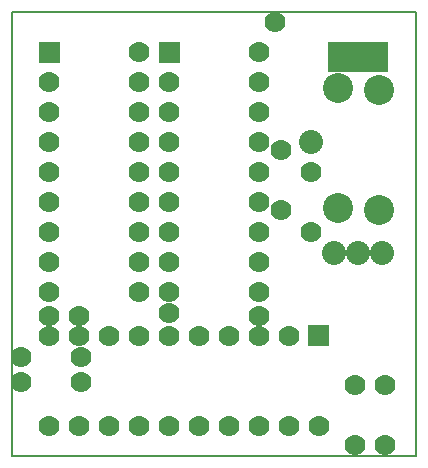
<source format=gbr>
*
G04 Gerber written by LinkCAD 5.8.2 Build 4535*
G04 Layer: SuperTAT_Resist_20100827a.gbr*
%FSLAX36Y36*%
%MOIN*%
%ADD10C,0.070000*%
%ADD11C,0.080000*%
%ADD12C,0.100000*%
%ADD13C,0.008000*%
G36*
G54D12*
X211000Y-282000D02*
G01Y-352000D01*
X141000D01*
Y-282000D01*
X211000D01*
G37*
G54D10*
X76000Y-317000D03*
X-23000D03*
X-123000D03*
X-223000D03*
X-323000D03*
X-423000D03*
X-523000D03*
X-623000D03*
X-723000D03*
Y-617000D03*
X-623000D03*
X-523000D03*
X-423000D03*
X-323000D03*
X-223000D03*
X-123000D03*
X-23000D03*
X76000D03*
X176000D03*
G36*
X-358000Y662000D02*
X-288000D01*
Y592000D01*
X-358000D01*
Y662000D01*
G37*
X-323000Y527000D03*
Y427000D03*
Y327000D03*
Y227000D03*
Y127000D03*
Y27000D03*
Y-72000D03*
Y-172000D03*
X-23000D03*
Y-72000D03*
Y27000D03*
Y127000D03*
Y227000D03*
Y327000D03*
Y427000D03*
Y527000D03*
Y627000D03*
G36*
X-758000Y662000D02*
X-688000D01*
Y592000D01*
X-758000D01*
Y662000D01*
G37*
X-723000Y527000D03*
Y427000D03*
Y327000D03*
Y227000D03*
Y127000D03*
Y27000D03*
Y-72000D03*
Y-172000D03*
X-423000D03*
Y-72000D03*
Y27000D03*
Y127000D03*
Y227000D03*
Y327000D03*
Y427000D03*
Y527000D03*
Y627000D03*
X396000Y-482000D03*
Y-682000D03*
X51000Y302000D03*
Y102000D03*
X151000Y227000D03*
Y27000D03*
G54D11*
Y327000D03*
G54D10*
X31000Y727000D03*
G54D11*
X226000Y-42000D03*
X306000D03*
X386000D03*
G54D12*
X376000Y502000D03*
Y102000D03*
X241000Y507000D03*
Y107000D03*
G36*
X406000Y662000D02*
Y562000D01*
X306000D01*
Y662000D01*
X406000D01*
G37*
G36*
X306000D02*
Y562000D01*
X206000D01*
Y662000D01*
X306000D01*
G37*
G54D10*
X-723000Y-252000D03*
X-623000D03*
X296000Y-482000D03*
Y-682000D03*
X-618000Y-387000D03*
X-818000D03*
X-618000Y-472000D03*
X-818000D03*
X-323000Y-242000D03*
X-23000Y-252000D03*
G54D13*
X-848000Y-717000D02*
X501000D01*
Y762000D01*
X-848000D01*
Y-717000D01*
M02*

</source>
